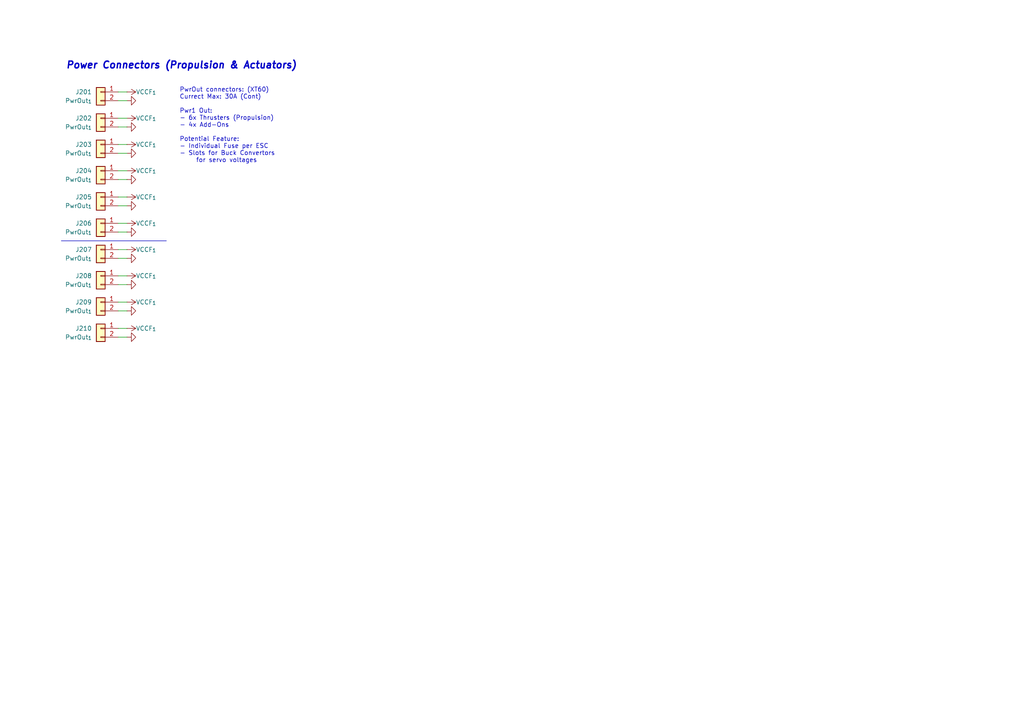
<source format=kicad_sch>
(kicad_sch (version 20231120) (generator "eeschema") (generator_version "8.0")
  (paper "A4")
  (title_block (title "Power Distribution Unit") (date "2024-07-17") (rev "1") (company "Scott CJX") (comment 1 "for NTU-Mecatron") (comment 2 "PDU Phase 1"))
  (lib_symbols
    (symbol "Connector_Generic:Conn_01x02" (pin_names (offset 1.016) hide)
      (property "Reference" "J" (at 0 2.54 0))
      (property "Value" "Conn_01x02" (at 0 -5.08 0))
      (symbol "Conn_01x02_1_1"
        (rectangle (start -1.27 -2.413) (end 0 -2.667) (stroke (width 0.1524)))
        (rectangle (start -1.27 0.127) (end 0 -0.127) (stroke (width 0.1524)))
        (rectangle (start -1.27 1.27) (end 1.27 -3.81) (stroke (width 0.254)) (fill (type background)))
        (pin passive line (at -5.08 0 0) (length 3.81) (name "Pin_1") (number "1"))
        (pin passive line (at -5.08 -2.54 0) (length 3.81) (name "Pin_2") (number "2"))
      )
    )
    (symbol "power:GND" (power) (pin_numbers hide) (pin_names (offset 0) hide)
      (property "Value" "GND" (at 0 -3.81 0))
      (symbol "GND_0_1"
        (polyline (pts (xy 0 0) (xy 0 -1.27) (xy 1.27 -1.27) (xy 0 -2.54) (xy -1.27 -1.27) (xy 0 -1.27)))
      )
      (symbol "GND_1_1"
        (pin power_in line (at 0 0 270) (length 0) (name "~") (number "1"))
      )
    )
    (symbol "power:VCC" (power) (pin_numbers hide) (pin_names (offset 0) hide)
      (property "Value" "VCC" (at 0 3.556 0))
      (symbol "VCC_0_1"
        (polyline (pts (xy -0.762 1.27) (xy 0 2.54)))
        (polyline (pts (xy 0 0) (xy 0 2.54)))
        (polyline (pts (xy 0 2.54) (xy 0.762 1.27)))
      )
      (symbol "VCC_1_1"
        (pin power_in line (at 0 0 90) (length 0) (name "~") (number "1"))
      )
    )
  )
  (wire (pts (xy 36.83 34.29) (xy 34.29 34.29)))
  (wire (pts (xy 36.83 41.91) (xy 34.29 41.91)))
  (wire (pts (xy 36.83 29.21) (xy 34.29 29.21)))
  (wire (pts (xy 36.83 82.55) (xy 34.29 82.55)))
  (wire (pts (xy 36.83 36.83) (xy 34.29 36.83)))
  (wire (pts (xy 36.83 95.25) (xy 34.29 95.25)))
  (wire (pts (xy 36.83 67.31) (xy 34.29 67.31)))
  (wire (pts (xy 36.83 80.01) (xy 34.29 80.01)))
  (wire (pts (xy 36.83 97.79) (xy 34.29 97.79)))
  (wire (pts (xy 36.83 59.69) (xy 34.29 59.69)))
  (wire (pts (xy 36.83 74.93) (xy 34.29 74.93)))
  (wire (pts (xy 36.83 64.77) (xy 34.29 64.77)))
  (wire (pts (xy 36.83 52.07) (xy 34.29 52.07)))
  (wire (pts (xy 36.83 44.45) (xy 34.29 44.45)))
  (wire (pts (xy 36.83 26.67) (xy 34.29 26.67)))
  (wire (pts (xy 36.83 90.17) (xy 34.29 90.17)))
  (polyline (pts (xy 17.78 69.85) (xy 48.26 69.85)))
  (wire (pts (xy 36.83 72.39) (xy 34.29 72.39)))
  (wire (pts (xy 36.83 87.63) (xy 34.29 87.63)))
  (wire (pts (xy 36.83 57.15) (xy 34.29 57.15)))
  (wire (pts (xy 36.83 49.53) (xy 34.29 49.53)))
  (text "PwrOut connectors: (XT60)\nCurrect Max: 30A (Cont)\n\nPwr1 Out:\n- 6x Thrusters (Propulsion)\n- 4x Add-Ons\n\nPotential Feature:\n- Individual Fuse per ESC\n- Slots for Buck Convertors\n	for servo voltages" (at 52.07 25.4 0) (effects (font (size 1.27 1.27)) (justify left top)))
  (text "Power Connectors (Propulsion & Actuators)" (at 19.05 19.05 0) (effects (font (size 2 2) (thickness 0.4) (bold yes) (italic yes)) (justify left)))
  (symbol (lib_id "Connector_Generic:Conn_01x02") (at 29.21 64.77 0) (mirror y) (unit 1)
    (property "Reference" "J206" (at 26.67 64.77 0) (effects (justify left)))
    (property "Value" "PwrOut_{1}" (at 26.67 67.31 0) (effects (justify left)))
    (property "Footprint" "Connector_Molex:Molex_Mini-Fit_Jr_5566-02A_2x01_P4.20mm_Vertical" (effects (hide yes)))
    (property "Description" "Generic connector, single row, 01x02, script generated (kicad-library-utils/schlib/autogen/connector/)" (effects (hide yes)))
  )
  (symbol (lib_id "power:VCC") (at 36.83 26.67 270) (unit 1)
    (property "Reference" "#PWR0201" (effects (hide yes)))
    (property "Value" "VCCF_{1}" (at 39.37 26.67 90) (effects (justify left)))
    (property "Description" "Power symbol creates a global label with name \"VCC\"" (effects (hide yes)))
  )
  (symbol (lib_id "power:GND") (at 36.83 44.45 90) (mirror x) (unit 1)
    (property "Reference" "#PWR0206" (effects (hide yes)))
    (property "Value" "GND" (effects (hide yes)))
    (property "Description" "Power symbol creates a global label with name \"GND\" , ground" (effects (hide yes)))
  )
  (symbol (lib_id "Connector_Generic:Conn_01x02") (at 29.21 26.67 0) (mirror y) (unit 1)
    (property "Reference" "J201" (at 26.67 26.67 0) (effects (justify left)))
    (property "Value" "PwrOut_{1}" (at 26.67 29.21 0) (effects (justify left)))
    (property "Footprint" "Connector_Molex:Molex_Mini-Fit_Jr_5566-02A_2x01_P4.20mm_Vertical" (effects (hide yes)))
    (property "Description" "Generic connector, single row, 01x02, script generated (kicad-library-utils/schlib/autogen/connector/)" (effects (hide yes)))
  )
  (symbol (lib_id "power:GND") (at 36.83 90.17 90) (mirror x) (unit 1)
    (property "Reference" "#PWR0218" (effects (hide yes)))
    (property "Value" "GND" (effects (hide yes)))
    (property "Description" "Power symbol creates a global label with name \"GND\" , ground" (effects (hide yes)))
  )
  (symbol (lib_id "power:GND") (at 36.83 52.07 90) (mirror x) (unit 1)
    (property "Reference" "#PWR0208" (effects (hide yes)))
    (property "Value" "GND" (effects (hide yes)))
    (property "Description" "Power symbol creates a global label with name \"GND\" , ground" (effects (hide yes)))
  )
  (symbol (lib_id "power:VCC") (at 36.83 95.25 270) (unit 1)
    (property "Reference" "#PWR0219" (effects (hide yes)))
    (property "Value" "VCCF_{1}" (at 39.37 95.25 90) (effects (justify left)))
    (property "Description" "Power symbol creates a global label with name \"VCC\"" (effects (hide yes)))
  )
  (symbol (lib_id "power:VCC") (at 36.83 49.53 270) (unit 1)
    (property "Reference" "#PWR0207" (effects (hide yes)))
    (property "Value" "VCCF_{1}" (at 39.37 49.53 90) (effects (justify left)))
    (property "Description" "Power symbol creates a global label with name \"VCC\"" (effects (hide yes)))
  )
  (symbol (lib_id "Connector_Generic:Conn_01x02") (at 29.21 49.53 0) (mirror y) (unit 1)
    (property "Reference" "J204" (at 26.67 49.53 0) (effects (justify left)))
    (property "Value" "PwrOut_{1}" (at 26.67 52.07 0) (effects (justify left)))
    (property "Footprint" "Connector_Molex:Molex_Mini-Fit_Jr_5566-02A_2x01_P4.20mm_Vertical" (effects (hide yes)))
    (property "Description" "Generic connector, single row, 01x02, script generated (kicad-library-utils/schlib/autogen/connector/)" (effects (hide yes)))
  )
  (symbol (lib_id "power:GND") (at 36.83 97.79 90) (mirror x) (unit 1)
    (property "Reference" "#PWR0220" (effects (hide yes)))
    (property "Value" "GND" (effects (hide yes)))
    (property "Description" "Power symbol creates a global label with name \"GND\" , ground" (effects (hide yes)))
  )
  (symbol (lib_id "Connector_Generic:Conn_01x02") (at 29.21 57.15 0) (mirror y) (unit 1)
    (property "Reference" "J205" (at 26.67 57.15 0) (effects (justify left)))
    (property "Value" "PwrOut_{1}" (at 26.67 59.69 0) (effects (justify left)))
    (property "Footprint" "Connector_Molex:Molex_Mini-Fit_Jr_5566-02A_2x01_P4.20mm_Vertical" (effects (hide yes)))
    (property "Description" "Generic connector, single row, 01x02, script generated (kicad-library-utils/schlib/autogen/connector/)" (effects (hide yes)))
  )
  (symbol (lib_id "power:GND") (at 36.83 74.93 90) (mirror x) (unit 1)
    (property "Reference" "#PWR0214" (effects (hide yes)))
    (property "Value" "GND" (effects (hide yes)))
    (property "Description" "Power symbol creates a global label with name \"GND\" , ground" (effects (hide yes)))
  )
  (symbol (lib_id "power:VCC") (at 36.83 57.15 270) (unit 1)
    (property "Reference" "#PWR0209" (effects (hide yes)))
    (property "Value" "VCCF_{1}" (at 39.37 57.15 90) (effects (justify left)))
    (property "Description" "Power symbol creates a global label with name \"VCC\"" (effects (hide yes)))
  )
  (symbol (lib_id "Connector_Generic:Conn_01x02") (at 29.21 87.63 0) (mirror y) (unit 1)
    (property "Reference" "J209" (at 26.67 87.63 0) (effects (justify left)))
    (property "Value" "PwrOut_{1}" (at 26.67 90.17 0) (effects (justify left)))
    (property "Footprint" "Connector_Molex:Molex_Mini-Fit_Jr_5566-02A_2x01_P4.20mm_Vertical" (effects (hide yes)))
    (property "Description" "Generic connector, single row, 01x02, script generated (kicad-library-utils/schlib/autogen/connector/)" (effects (hide yes)))
  )
  (symbol (lib_id "power:VCC") (at 36.83 72.39 270) (unit 1)
    (property "Reference" "#PWR0213" (effects (hide yes)))
    (property "Value" "VCCF_{1}" (at 39.37 72.39 90) (effects (justify left)))
    (property "Description" "Power symbol creates a global label with name \"VCC\"" (effects (hide yes)))
  )
  (symbol (lib_id "Connector_Generic:Conn_01x02") (at 29.21 72.39 0) (mirror y) (unit 1)
    (property "Reference" "J207" (at 26.67 72.39 0) (effects (justify left)))
    (property "Value" "PwrOut_{1}" (at 26.67 74.93 0) (effects (justify left)))
    (property "Footprint" "Connector_Molex:Molex_Mini-Fit_Jr_5566-02A_2x01_P4.20mm_Vertical" (effects (hide yes)))
    (property "Description" "Generic connector, single row, 01x02, script generated (kicad-library-utils/schlib/autogen/connector/)" (effects (hide yes)))
  )
  (symbol (lib_id "power:VCC") (at 36.83 64.77 270) (unit 1)
    (property "Reference" "#PWR0211" (effects (hide yes)))
    (property "Value" "VCCF_{1}" (at 39.37 64.77 90) (effects (justify left)))
    (property "Description" "Power symbol creates a global label with name \"VCC\"" (effects (hide yes)))
  )
  (symbol (lib_id "Connector_Generic:Conn_01x02") (at 29.21 34.29 0) (mirror y) (unit 1)
    (property "Reference" "J202" (at 26.67 34.29 0) (effects (justify left)))
    (property "Value" "PwrOut_{1}" (at 26.67 36.83 0) (effects (justify left)))
    (property "Footprint" "Connector_Molex:Molex_Mini-Fit_Jr_5566-02A_2x01_P4.20mm_Vertical" (effects (hide yes)))
    (property "Description" "Generic connector, single row, 01x02, script generated (kicad-library-utils/schlib/autogen/connector/)" (effects (hide yes)))
  )
  (symbol (lib_id "power:VCC") (at 36.83 41.91 270) (unit 1)
    (property "Reference" "#PWR0205" (effects (hide yes)))
    (property "Value" "VCCF_{1}" (at 39.37 41.91 90) (effects (justify left)))
    (property "Description" "Power symbol creates a global label with name \"VCC\"" (effects (hide yes)))
  )
  (symbol (lib_id "power:GND") (at 36.83 36.83 90) (mirror x) (unit 1)
    (property "Reference" "#PWR0204" (effects (hide yes)))
    (property "Value" "GND" (effects (hide yes)))
    (property "Description" "Power symbol creates a global label with name \"GND\" , ground" (effects (hide yes)))
  )
  (symbol (lib_id "Connector_Generic:Conn_01x02") (at 29.21 95.25 0) (mirror y) (unit 1)
    (property "Reference" "J210" (at 26.67 95.25 0) (effects (justify left)))
    (property "Value" "PwrOut_{1}" (at 26.67 97.79 0) (effects (justify left)))
    (property "Footprint" "Connector_Molex:Molex_Mini-Fit_Jr_5566-02A_2x01_P4.20mm_Vertical" (effects (hide yes)))
    (property "Description" "Generic connector, single row, 01x02, script generated (kicad-library-utils/schlib/autogen/connector/)" (effects (hide yes)))
  )
  (symbol (lib_id "power:VCC") (at 36.83 80.01 270) (unit 1)
    (property "Reference" "#PWR0215" (effects (hide yes)))
    (property "Value" "VCCF_{1}" (at 39.37 80.01 90) (effects (justify left)))
    (property "Description" "Power symbol creates a global label with name \"VCC\"" (effects (hide yes)))
  )
  (symbol (lib_id "Connector_Generic:Conn_01x02") (at 29.21 80.01 0) (mirror y) (unit 1)
    (property "Reference" "J208" (at 26.67 80.01 0) (effects (justify left)))
    (property "Value" "PwrOut_{1}" (at 26.67 82.55 0) (effects (justify left)))
    (property "Footprint" "Connector_Molex:Molex_Mini-Fit_Jr_5566-02A_2x01_P4.20mm_Vertical" (effects (hide yes)))
    (property "Description" "Generic connector, single row, 01x02, script generated (kicad-library-utils/schlib/autogen/connector/)" (effects (hide yes)))
  )
  (symbol (lib_id "power:GND") (at 36.83 67.31 90) (mirror x) (unit 1)
    (property "Reference" "#PWR0212" (effects (hide yes)))
    (property "Value" "GND" (effects (hide yes)))
    (property "Description" "Power symbol creates a global label with name \"GND\" , ground" (effects (hide yes)))
  )
  (symbol (lib_id "power:VCC") (at 36.83 87.63 270) (unit 1)
    (property "Reference" "#PWR0217" (effects (hide yes)))
    (property "Value" "VCCF_{1}" (at 39.37 87.63 90) (effects (justify left)))
    (property "Description" "Power symbol creates a global label with name \"VCC\"" (effects (hide yes)))
  )
  (symbol (lib_id "power:GND") (at 36.83 59.69 90) (mirror x) (unit 1)
    (property "Reference" "#PWR0210" (effects (hide yes)))
    (property "Value" "GND" (effects (hide yes)))
    (property "Description" "Power symbol creates a global label with name \"GND\" , ground" (effects (hide yes)))
  )
  (symbol (lib_id "power:GND") (at 36.83 29.21 90) (mirror x) (unit 1)
    (property "Reference" "#PWR0202" (effects (hide yes)))
    (property "Value" "GND" (effects (hide yes)))
    (property "Description" "Power symbol creates a global label with name \"GND\" , ground" (effects (hide yes)))
  )
  (symbol (lib_id "power:GND") (at 36.83 82.55 90) (mirror x) (unit 1)
    (property "Reference" "#PWR0216" (effects (hide yes)))
    (property "Value" "GND" (effects (hide yes)))
    (property "Description" "Power symbol creates a global label with name \"GND\" , ground" (effects (hide yes)))
  )
  (symbol (lib_id "power:VCC") (at 36.83 34.29 270) (unit 1)
    (property "Reference" "#PWR0203" (effects (hide yes)))
    (property "Value" "VCCF_{1}" (at 39.37 34.29 90) (effects (justify left)))
    (property "Description" "Power symbol creates a global label with name \"VCC\"" (effects (hide yes)))
  )
  (symbol (lib_id "Connector_Generic:Conn_01x02") (at 29.21 41.91 0) (mirror y) (unit 1)
    (property "Reference" "J203" (at 26.67 41.91 0) (effects (justify left)))
    (property "Value" "PwrOut_{1}" (at 26.67 44.45 0) (effects (justify left)))
    (property "Footprint" "Connector_Molex:Molex_Mini-Fit_Jr_5566-02A_2x01_P4.20mm_Vertical" (effects (hide yes)))
    (property "Description" "Generic connector, single row, 01x02, script generated (kicad-library-utils/schlib/autogen/connector/)" (effects (hide yes)))
  )
)
</source>
